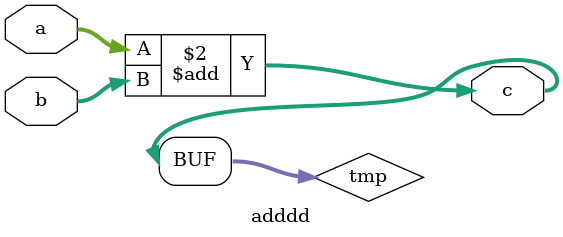
<source format=v>
`timescale 1ns / 1ps


module adddd(
	input [31:0] a,
	input [31:0] b,
	output [31:0] c
);
	reg [31:0] tmp;
	
	assign c = tmp;
	always @(*) begin
		tmp = a + b;
	end

endmodule

</source>
